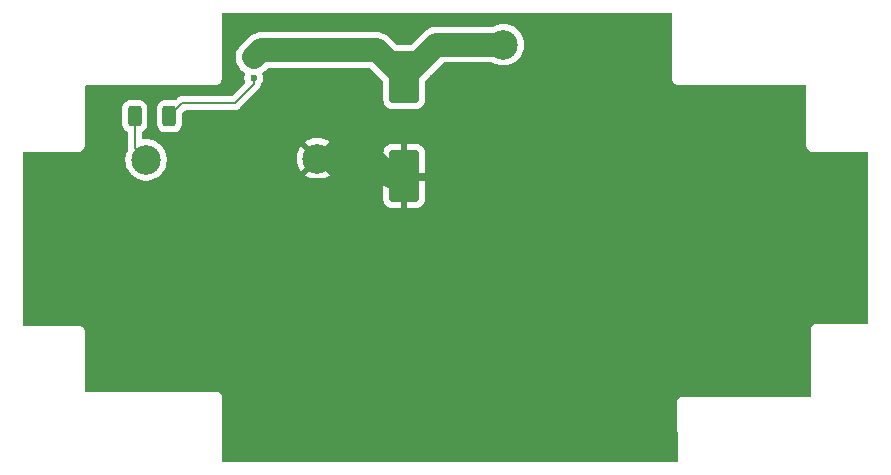
<source format=gbr>
%TF.GenerationSoftware,KiCad,Pcbnew,9.0.3*%
%TF.CreationDate,2025-07-31T16:26:09+05:30*%
%TF.ProjectId,new_ledMatrix,6e65775f-6c65-4644-9d61-747269782e6b,rev?*%
%TF.SameCoordinates,Original*%
%TF.FileFunction,Copper,L2,Bot*%
%TF.FilePolarity,Positive*%
%FSLAX46Y46*%
G04 Gerber Fmt 4.6, Leading zero omitted, Abs format (unit mm)*
G04 Created by KiCad (PCBNEW 9.0.3) date 2025-07-31 16:26:09*
%MOMM*%
%LPD*%
G01*
G04 APERTURE LIST*
G04 Aperture macros list*
%AMRoundRect*
0 Rectangle with rounded corners*
0 $1 Rounding radius*
0 $2 $3 $4 $5 $6 $7 $8 $9 X,Y pos of 4 corners*
0 Add a 4 corners polygon primitive as box body*
4,1,4,$2,$3,$4,$5,$6,$7,$8,$9,$2,$3,0*
0 Add four circle primitives for the rounded corners*
1,1,$1+$1,$2,$3*
1,1,$1+$1,$4,$5*
1,1,$1+$1,$6,$7*
1,1,$1+$1,$8,$9*
0 Add four rect primitives between the rounded corners*
20,1,$1+$1,$2,$3,$4,$5,0*
20,1,$1+$1,$4,$5,$6,$7,0*
20,1,$1+$1,$6,$7,$8,$9,0*
20,1,$1+$1,$8,$9,$2,$3,0*%
G04 Aperture macros list end*
%TA.AperFunction,SMDPad,CuDef*%
%ADD10C,2.500000*%
%TD*%
%TA.AperFunction,SMDPad,CuDef*%
%ADD11RoundRect,0.250000X1.000000X-1.950000X1.000000X1.950000X-1.000000X1.950000X-1.000000X-1.950000X0*%
%TD*%
%TA.AperFunction,SMDPad,CuDef*%
%ADD12RoundRect,0.250000X-0.312500X-0.625000X0.312500X-0.625000X0.312500X0.625000X-0.312500X0.625000X0*%
%TD*%
%TA.AperFunction,ViaPad*%
%ADD13C,0.600000*%
%TD*%
%TA.AperFunction,Conductor*%
%ADD14C,0.200000*%
%TD*%
%TA.AperFunction,Conductor*%
%ADD15C,2.000000*%
%TD*%
%TA.AperFunction,Conductor*%
%ADD16C,0.250000*%
%TD*%
%TA.AperFunction,Conductor*%
%ADD17C,1.500000*%
%TD*%
G04 APERTURE END LIST*
D10*
%TO.P,TP1,1,1*%
%TO.N,+5V*%
X125750000Y-71700000D03*
%TD*%
%TO.P,TP3,1,1*%
%TO.N,Net-(R1-Pad1)*%
X111250000Y-71800000D03*
%TD*%
%TO.P,TP2,1,1*%
%TO.N,GND*%
X141500000Y-62050000D03*
%TD*%
D11*
%TO.P,C1,1*%
%TO.N,+5V*%
X133090000Y-73172500D03*
%TO.P,C1,2*%
%TO.N,GND*%
X133090000Y-64772500D03*
%TD*%
D12*
%TO.P,R1,1*%
%TO.N,Net-(R1-Pad1)*%
X110287500Y-68100000D03*
%TO.P,R1,2*%
%TO.N,Net-(D1-DIN)*%
X113212500Y-68100000D03*
%TD*%
D13*
%TO.N,Net-(D1-DIN)*%
X120360000Y-64850000D03*
%TO.N,GND*%
X120360000Y-63100000D03*
%TO.N,+5V*%
X170050000Y-76405000D03*
X155290000Y-68955000D03*
X132010000Y-80445000D03*
X158720000Y-76455000D03*
X152930000Y-76425000D03*
X149510000Y-91885000D03*
X106740000Y-76485000D03*
X155260000Y-80435000D03*
X126190000Y-68995000D03*
X161040000Y-68955000D03*
X120450000Y-68975000D03*
X135420000Y-76435000D03*
X143660000Y-68995000D03*
X137820000Y-80475000D03*
X147090000Y-87955000D03*
X149450000Y-80415000D03*
X137790000Y-69015000D03*
X129680000Y-87930000D03*
X160890000Y-80435000D03*
X112390000Y-76485000D03*
X149490000Y-69015000D03*
X137790000Y-69015000D03*
X141340000Y-64835000D03*
X120450000Y-68975000D03*
X103260000Y-80455000D03*
X108760000Y-68945000D03*
X114650000Y-68995000D03*
X114580000Y-80455000D03*
X135470000Y-87915000D03*
X123880000Y-87925000D03*
X120410000Y-80415000D03*
X166550000Y-80445000D03*
X118060000Y-87955000D03*
X129710000Y-64740000D03*
X141260000Y-76455000D03*
X135550000Y-64865000D03*
X126140000Y-80425000D03*
X158790000Y-87945000D03*
X147100000Y-76475000D03*
X147190000Y-64855000D03*
X126140000Y-91915000D03*
X131970000Y-69005000D03*
X108860000Y-80455000D03*
X112290000Y-87935000D03*
X135550000Y-64865000D03*
X131970000Y-91935000D03*
X137770000Y-91895000D03*
X141290000Y-87955000D03*
X118050000Y-76475000D03*
X123810000Y-76455000D03*
X164570000Y-87945000D03*
X143690000Y-80425000D03*
X123860000Y-64850000D03*
X143520000Y-91895000D03*
X120320000Y-91915000D03*
X153020000Y-64835000D03*
X129580000Y-76435000D03*
X152930000Y-87945000D03*
X164440000Y-76435000D03*
%TD*%
D14*
%TO.N,Net-(R1-Pad1)*%
X110287500Y-70837500D02*
X111250000Y-71800000D01*
X110287500Y-68100000D02*
X110287500Y-70837500D01*
D15*
%TO.N,GND*%
X135812500Y-62050000D02*
X141500000Y-62050000D01*
X133090000Y-64772500D02*
X135812500Y-62050000D01*
%TO.N,+5V*%
X133090000Y-73172500D02*
X131909000Y-73172500D01*
X131909000Y-73172500D02*
X123860000Y-65123500D01*
X130436500Y-71700000D02*
X125750000Y-71700000D01*
X131909000Y-73172500D02*
X130436500Y-71700000D01*
D14*
X147046750Y-64711750D02*
X147190000Y-64855000D01*
X147046750Y-62300000D02*
X147046750Y-64711750D01*
%TO.N,Net-(D1-DIN)*%
X118750000Y-67000000D02*
X120360000Y-65390000D01*
X114312500Y-67000000D02*
X118750000Y-67000000D01*
X113212500Y-68100000D02*
X114312500Y-67000000D01*
X120360000Y-65390000D02*
X120360000Y-64850000D01*
%TO.N,+5V*%
X108760000Y-74465000D02*
X106740000Y-76485000D01*
X108760000Y-68945000D02*
X108760000Y-74465000D01*
D16*
X106740000Y-76485000D02*
X112390000Y-76485000D01*
X112390000Y-75730000D02*
X112390000Y-76485000D01*
X114700000Y-73420000D02*
X112390000Y-75730000D01*
D15*
%TO.N,GND*%
X133090000Y-64772500D02*
X130827500Y-62510000D01*
D16*
%TO.N,+5V*%
X153450000Y-87945000D02*
X149510000Y-91885000D01*
X108910000Y-79580000D02*
X114670000Y-79580000D01*
X123830000Y-76435000D02*
X123810000Y-76455000D01*
X147090000Y-73420000D02*
X152920000Y-73420000D01*
X164570000Y-82425000D02*
X164570000Y-87945000D01*
X129710000Y-64740000D02*
X129710000Y-65640000D01*
X103300000Y-79580000D02*
X103300000Y-80415000D01*
X164570000Y-87945000D02*
X158790000Y-87945000D01*
X118120000Y-76405000D02*
X118050000Y-76475000D01*
X149510000Y-91885000D02*
X143530000Y-91885000D01*
X131975000Y-69005000D02*
X131970000Y-69005000D01*
X141280000Y-73420000D02*
X141280000Y-76435000D01*
X135455000Y-87930000D02*
X135470000Y-87915000D01*
D15*
%TO.N,GND*%
X120950000Y-62510000D02*
X120360000Y-63100000D01*
D16*
%TO.N,+5V*%
X103300000Y-80415000D02*
X103260000Y-80455000D01*
X132040000Y-79580000D02*
X132040000Y-80415000D01*
X132010000Y-91895000D02*
X131970000Y-91935000D01*
X153020000Y-66685000D02*
X155290000Y-68955000D01*
X135450000Y-73420000D02*
X141280000Y-73420000D01*
X126140000Y-91915000D02*
X120320000Y-91915000D01*
X141280000Y-76435000D02*
X141260000Y-76455000D01*
X137790000Y-68385000D02*
X141340000Y-64835000D01*
X129630000Y-76385000D02*
X129580000Y-76435000D01*
X155160000Y-79580000D02*
X160850000Y-79580000D01*
D15*
%TO.N,GND*%
X130827500Y-62510000D02*
X120950000Y-62510000D01*
D16*
%TO.N,+5V*%
X147090000Y-87955000D02*
X152920000Y-87955000D01*
X133615000Y-69005000D02*
X135550000Y-67070000D01*
X129675000Y-87925000D02*
X129680000Y-87930000D01*
X123860000Y-65565000D02*
X120450000Y-68975000D01*
X152930000Y-87945000D02*
X153450000Y-87945000D01*
X114650000Y-73370000D02*
X114700000Y-73420000D01*
X120400000Y-79580000D02*
X126060000Y-79580000D01*
X158740000Y-76435000D02*
X158720000Y-76455000D01*
D17*
X123860000Y-64850000D02*
X123860000Y-65123500D01*
D16*
X108910000Y-79580000D02*
X108910000Y-80405000D01*
X135550000Y-64865000D02*
X135550000Y-66775000D01*
X153020000Y-64835000D02*
X153020000Y-66685000D01*
X164430000Y-73420000D02*
X164430000Y-76425000D01*
X155160000Y-80335000D02*
X155260000Y-80435000D01*
X118060000Y-87955000D02*
X112310000Y-87955000D01*
X147090000Y-73420000D02*
X147100000Y-73430000D01*
X131970000Y-91935000D02*
X126160000Y-91935000D01*
X164430000Y-73420000D02*
X169720000Y-73420000D01*
X120320000Y-91915000D02*
X120320000Y-90215000D01*
X135550000Y-66775000D02*
X137790000Y-69015000D01*
X129710000Y-65640000D02*
X132000000Y-67930000D01*
X165685000Y-79580000D02*
X166550000Y-80445000D01*
X129630000Y-73420000D02*
X135450000Y-73420000D01*
X143520000Y-91895000D02*
X137770000Y-91895000D01*
X160850000Y-79580000D02*
X160850000Y-80395000D01*
X123830000Y-73420000D02*
X123830000Y-76435000D01*
X147190000Y-64855000D02*
X147190000Y-66715000D01*
X135550000Y-67070000D02*
X135550000Y-64865000D01*
X114670000Y-68975000D02*
X114650000Y-68995000D01*
X120400000Y-79580000D02*
X120400000Y-80405000D01*
X118120000Y-73420000D02*
X123830000Y-73420000D01*
X120450000Y-68975000D02*
X114670000Y-68975000D01*
X126060000Y-80345000D02*
X126140000Y-80425000D01*
X135450000Y-76405000D02*
X135420000Y-76435000D01*
X141250000Y-87915000D02*
X141290000Y-87955000D01*
X123830000Y-73420000D02*
X129630000Y-73420000D01*
X131970000Y-69005000D02*
X133615000Y-69005000D01*
X141290000Y-87955000D02*
X147090000Y-87955000D01*
X152920000Y-73420000D02*
X158740000Y-73420000D01*
X135450000Y-73420000D02*
X135450000Y-76405000D01*
X103300000Y-79580000D02*
X108910000Y-79580000D01*
X123860000Y-65123500D02*
X126190000Y-67453500D01*
X170050000Y-73750000D02*
X170050000Y-76405000D01*
X155160000Y-79580000D02*
X155160000Y-80335000D01*
X158740000Y-73420000D02*
X158740000Y-76435000D01*
X132040000Y-80415000D02*
X132010000Y-80445000D01*
X143670000Y-79580000D02*
X143670000Y-80405000D01*
X164430000Y-76425000D02*
X164440000Y-76435000D01*
X143660000Y-68385000D02*
X147190000Y-64855000D01*
X123850000Y-87955000D02*
X123880000Y-87925000D01*
X152920000Y-73420000D02*
X152920000Y-76415000D01*
X126060000Y-79580000D02*
X132040000Y-79580000D01*
X126160000Y-91935000D02*
X126140000Y-91915000D01*
X155290000Y-68955000D02*
X161040000Y-68955000D01*
X141340000Y-66675000D02*
X143660000Y-68995000D01*
X143670000Y-79580000D02*
X149380000Y-79580000D01*
X120400000Y-80405000D02*
X120410000Y-80415000D01*
X135470000Y-87915000D02*
X141250000Y-87915000D01*
X108910000Y-80405000D02*
X108860000Y-80455000D01*
X137770000Y-91895000D02*
X132010000Y-91895000D01*
X118060000Y-87955000D02*
X123850000Y-87955000D01*
X152920000Y-76415000D02*
X152930000Y-76425000D01*
X149380000Y-79580000D02*
X149380000Y-80345000D01*
X126190000Y-67453500D02*
X126190000Y-68995000D01*
X149490000Y-68365000D02*
X153020000Y-64835000D01*
X132000000Y-68980000D02*
X131975000Y-69005000D01*
X114650000Y-68995000D02*
X114650000Y-73370000D01*
X103645000Y-79580000D02*
X103300000Y-79580000D01*
X149380000Y-79580000D02*
X155160000Y-79580000D01*
X158740000Y-73420000D02*
X164430000Y-73420000D01*
X143660000Y-68995000D02*
X143660000Y-68385000D01*
X141280000Y-73420000D02*
X147090000Y-73420000D01*
X166550000Y-80445000D02*
X164570000Y-82425000D01*
X123880000Y-87925000D02*
X129675000Y-87925000D01*
X106740000Y-76485000D02*
X103645000Y-79580000D01*
X137860000Y-79580000D02*
X137860000Y-80435000D01*
X137860000Y-80435000D02*
X137820000Y-80475000D01*
X149490000Y-69015000D02*
X149490000Y-68365000D01*
X143670000Y-80405000D02*
X143690000Y-80425000D01*
X147190000Y-66715000D02*
X149490000Y-69015000D01*
X152920000Y-87955000D02*
X152930000Y-87945000D01*
X114670000Y-79580000D02*
X120400000Y-79580000D01*
X106805000Y-76550000D02*
X106740000Y-76485000D01*
X132000000Y-67930000D02*
X132000000Y-68980000D01*
X143530000Y-91885000D02*
X143520000Y-91895000D01*
X120320000Y-90215000D02*
X118060000Y-87955000D01*
X141340000Y-64835000D02*
X141340000Y-66675000D01*
X160850000Y-79580000D02*
X165685000Y-79580000D01*
X169720000Y-73420000D02*
X170050000Y-73750000D01*
X160850000Y-80395000D02*
X160890000Y-80435000D01*
X137790000Y-69015000D02*
X137790000Y-68385000D01*
X129680000Y-87930000D02*
X135455000Y-87930000D01*
X129630000Y-73420000D02*
X129630000Y-76385000D01*
X158790000Y-87945000D02*
X153450000Y-87945000D01*
X114670000Y-79580000D02*
X114670000Y-80365000D01*
X126060000Y-79580000D02*
X126060000Y-80345000D01*
X147100000Y-73430000D02*
X147100000Y-76475000D01*
X112310000Y-87955000D02*
X112290000Y-87935000D01*
X137860000Y-79580000D02*
X143670000Y-79580000D01*
X114670000Y-80365000D02*
X114580000Y-80455000D01*
X149380000Y-80345000D02*
X149450000Y-80415000D01*
X118120000Y-73420000D02*
X118120000Y-76405000D01*
X132040000Y-79580000D02*
X137860000Y-79580000D01*
X114700000Y-73420000D02*
X118120000Y-73420000D01*
%TD*%
%TA.AperFunction,Conductor*%
%TO.N,+5V*%
G36*
X155742539Y-59370185D02*
G01*
X155788294Y-59422989D01*
X155799500Y-59474500D01*
X155799500Y-65015891D01*
X155833608Y-65143187D01*
X155863747Y-65195388D01*
X155899500Y-65257314D01*
X155992686Y-65350500D01*
X156091521Y-65407563D01*
X156106810Y-65416390D01*
X156106814Y-65416392D01*
X156234108Y-65450500D01*
X156365892Y-65450500D01*
X167025500Y-65450500D01*
X167092539Y-65470185D01*
X167138294Y-65522989D01*
X167149500Y-65574500D01*
X167149500Y-70665891D01*
X167183608Y-70793187D01*
X167202196Y-70825382D01*
X167249500Y-70907314D01*
X167342686Y-71000500D01*
X167456814Y-71066392D01*
X167584108Y-71100500D01*
X167715892Y-71100500D01*
X172275500Y-71100500D01*
X172342539Y-71120185D01*
X172388294Y-71172989D01*
X172399500Y-71224500D01*
X172399500Y-85575500D01*
X172379815Y-85642539D01*
X172327011Y-85688294D01*
X172275500Y-85699500D01*
X167984108Y-85699500D01*
X167856812Y-85733608D01*
X167742686Y-85799500D01*
X167742683Y-85799502D01*
X167649502Y-85892683D01*
X167649500Y-85892686D01*
X167583608Y-86006812D01*
X167549500Y-86134108D01*
X167549500Y-91725500D01*
X167529815Y-91792539D01*
X167477011Y-91838294D01*
X167425500Y-91849500D01*
X156763599Y-91849500D01*
X156761381Y-91848927D01*
X156697767Y-91849500D01*
X156633961Y-91849500D01*
X156632454Y-91849712D01*
X156631369Y-91849859D01*
X156629751Y-91850072D01*
X156568715Y-91867014D01*
X156568716Y-91867015D01*
X156568142Y-91867174D01*
X156506814Y-91883608D01*
X156504829Y-91884753D01*
X156502619Y-91885367D01*
X156448297Y-91917386D01*
X156447335Y-91917947D01*
X156392681Y-91949502D01*
X156390504Y-91951172D01*
X156390482Y-91951190D01*
X156389198Y-91952174D01*
X156344899Y-91997278D01*
X156344116Y-91998068D01*
X156299495Y-92042690D01*
X156297787Y-92044914D01*
X156297761Y-92044950D01*
X156296821Y-92046174D01*
X156265707Y-92101203D01*
X156265156Y-92102168D01*
X156233606Y-92156816D01*
X156232506Y-92159472D01*
X156231923Y-92160877D01*
X156216091Y-92222159D01*
X156216092Y-92222160D01*
X156215940Y-92222744D01*
X156199500Y-92284108D01*
X156199500Y-92286398D01*
X156198927Y-92288617D01*
X156199495Y-92351666D01*
X156199500Y-92352783D01*
X156199500Y-92418366D01*
X156200183Y-92428128D01*
X156243844Y-97274383D01*
X156224764Y-97341597D01*
X156172375Y-97387826D01*
X156119849Y-97399500D01*
X117824500Y-97399500D01*
X117757461Y-97379815D01*
X117711706Y-97327011D01*
X117700500Y-97275500D01*
X117700500Y-91884110D01*
X117700500Y-91884108D01*
X117666392Y-91756814D01*
X117600500Y-91642686D01*
X117507314Y-91549500D01*
X117450250Y-91516554D01*
X117393187Y-91483608D01*
X117329539Y-91466554D01*
X117265892Y-91449500D01*
X117265891Y-91449500D01*
X106174500Y-91449500D01*
X106107461Y-91429815D01*
X106061706Y-91377011D01*
X106050500Y-91325500D01*
X106050500Y-86284110D01*
X106050500Y-86284108D01*
X106016392Y-86156814D01*
X105950500Y-86042686D01*
X105857314Y-85949500D01*
X105758910Y-85892686D01*
X105743187Y-85883608D01*
X105679539Y-85866554D01*
X105615892Y-85849500D01*
X105615891Y-85849500D01*
X100924500Y-85849500D01*
X100857461Y-85829815D01*
X100811706Y-85777011D01*
X100800500Y-85725500D01*
X100800500Y-75172486D01*
X131340001Y-75172486D01*
X131350494Y-75275197D01*
X131405641Y-75441619D01*
X131405643Y-75441624D01*
X131497684Y-75590845D01*
X131621654Y-75714815D01*
X131770875Y-75806856D01*
X131770880Y-75806858D01*
X131937302Y-75862005D01*
X131937309Y-75862006D01*
X132040019Y-75872499D01*
X132839999Y-75872499D01*
X133340000Y-75872499D01*
X134139972Y-75872499D01*
X134139986Y-75872498D01*
X134242697Y-75862005D01*
X134409119Y-75806858D01*
X134409124Y-75806856D01*
X134558345Y-75714815D01*
X134682315Y-75590845D01*
X134774356Y-75441624D01*
X134774358Y-75441619D01*
X134829505Y-75275197D01*
X134829506Y-75275190D01*
X134839999Y-75172486D01*
X134840000Y-75172473D01*
X134840000Y-73422500D01*
X133340000Y-73422500D01*
X133340000Y-75872499D01*
X132839999Y-75872499D01*
X132840000Y-75872498D01*
X132840000Y-73422500D01*
X131340001Y-73422500D01*
X131340001Y-75172486D01*
X100800500Y-75172486D01*
X100800500Y-71224500D01*
X100820185Y-71157461D01*
X100872989Y-71111706D01*
X100924500Y-71100500D01*
X105615890Y-71100500D01*
X105615892Y-71100500D01*
X105743186Y-71066392D01*
X105857314Y-71000500D01*
X105950500Y-70907314D01*
X106016392Y-70793186D01*
X106050500Y-70665892D01*
X106050500Y-67424983D01*
X109224500Y-67424983D01*
X109224500Y-68775001D01*
X109224501Y-68775018D01*
X109235000Y-68877796D01*
X109235001Y-68877799D01*
X109290185Y-69044331D01*
X109290186Y-69044334D01*
X109382288Y-69193656D01*
X109506344Y-69317712D01*
X109628097Y-69392809D01*
X109674821Y-69444755D01*
X109687000Y-69498347D01*
X109687000Y-70758439D01*
X109686999Y-70758443D01*
X109686999Y-70916557D01*
X109693765Y-70941811D01*
X109694260Y-70955922D01*
X109688957Y-70976639D01*
X109688448Y-70998020D01*
X109677727Y-71022256D01*
X109676659Y-71024104D01*
X109676650Y-71024123D01*
X109588842Y-71236112D01*
X109529453Y-71457759D01*
X109529451Y-71457770D01*
X109499500Y-71685258D01*
X109499500Y-71914741D01*
X109516273Y-72042137D01*
X109529452Y-72142238D01*
X109588842Y-72363887D01*
X109676650Y-72575876D01*
X109676657Y-72575890D01*
X109791392Y-72774617D01*
X109931081Y-72956661D01*
X109931089Y-72956670D01*
X110093330Y-73118911D01*
X110093338Y-73118918D01*
X110275382Y-73258607D01*
X110275385Y-73258608D01*
X110275388Y-73258611D01*
X110474112Y-73373344D01*
X110474117Y-73373346D01*
X110474123Y-73373349D01*
X110565480Y-73411190D01*
X110686113Y-73461158D01*
X110907762Y-73520548D01*
X111135266Y-73550500D01*
X111135273Y-73550500D01*
X111364727Y-73550500D01*
X111364734Y-73550500D01*
X111592238Y-73520548D01*
X111813887Y-73461158D01*
X112025888Y-73373344D01*
X112224612Y-73258611D01*
X112406661Y-73118919D01*
X112406665Y-73118914D01*
X112406670Y-73118911D01*
X112423964Y-73101617D01*
X124701934Y-73101617D01*
X124701934Y-73101618D01*
X124775666Y-73158194D01*
X124974330Y-73272893D01*
X124974340Y-73272897D01*
X125186269Y-73360681D01*
X125407862Y-73420057D01*
X125635289Y-73449998D01*
X125635306Y-73450000D01*
X125864694Y-73450000D01*
X125864710Y-73449998D01*
X126092137Y-73420057D01*
X126313730Y-73360681D01*
X126525659Y-73272897D01*
X126525669Y-73272893D01*
X126541504Y-73263751D01*
X126724327Y-73158197D01*
X126724334Y-73158192D01*
X126798064Y-73101617D01*
X125750000Y-72053553D01*
X124701934Y-73101617D01*
X112423964Y-73101617D01*
X112568911Y-72956670D01*
X112568914Y-72956665D01*
X112568919Y-72956661D01*
X112708611Y-72774612D01*
X112823344Y-72575888D01*
X112911158Y-72363887D01*
X112970548Y-72142238D01*
X113000500Y-71914734D01*
X113000500Y-71685266D01*
X112987340Y-71585305D01*
X124000000Y-71585305D01*
X124000000Y-71814694D01*
X124000001Y-71814710D01*
X124029942Y-72042137D01*
X124089318Y-72263730D01*
X124177102Y-72475659D01*
X124177106Y-72475669D01*
X124291799Y-72674324D01*
X124291805Y-72674331D01*
X124348381Y-72748064D01*
X125396446Y-71700000D01*
X125396446Y-71699999D01*
X126103553Y-71699999D01*
X126103553Y-71700000D01*
X127151617Y-72748064D01*
X127208192Y-72674334D01*
X127208197Y-72674327D01*
X127322893Y-72475668D01*
X127322897Y-72475659D01*
X127410681Y-72263730D01*
X127470057Y-72042137D01*
X127499998Y-71814710D01*
X127500000Y-71814694D01*
X127500000Y-71585305D01*
X127499998Y-71585289D01*
X127470057Y-71357860D01*
X127428149Y-71201457D01*
X127420393Y-71172513D01*
X131340000Y-71172513D01*
X131340000Y-72922500D01*
X132840000Y-72922500D01*
X133340000Y-72922500D01*
X134839999Y-72922500D01*
X134839999Y-71172528D01*
X134839998Y-71172513D01*
X134829505Y-71069802D01*
X134774358Y-70903380D01*
X134774356Y-70903375D01*
X134682315Y-70754154D01*
X134558345Y-70630184D01*
X134409124Y-70538143D01*
X134409119Y-70538141D01*
X134242697Y-70482994D01*
X134242690Y-70482993D01*
X134139986Y-70472500D01*
X133340000Y-70472500D01*
X133340000Y-72922500D01*
X132840000Y-72922500D01*
X132840000Y-70472500D01*
X132040028Y-70472500D01*
X132040012Y-70472501D01*
X131937302Y-70482994D01*
X131770880Y-70538141D01*
X131770875Y-70538143D01*
X131621654Y-70630184D01*
X131497684Y-70754154D01*
X131405643Y-70903375D01*
X131405641Y-70903380D01*
X131350494Y-71069802D01*
X131350493Y-71069809D01*
X131340000Y-71172513D01*
X127420393Y-71172513D01*
X127410681Y-71136269D01*
X127322897Y-70924340D01*
X127322893Y-70924330D01*
X127208194Y-70725666D01*
X127151618Y-70651934D01*
X127151617Y-70651934D01*
X126103553Y-71699999D01*
X125396446Y-71699999D01*
X124348380Y-70651934D01*
X124291810Y-70725659D01*
X124291801Y-70725673D01*
X124177106Y-70924330D01*
X124177102Y-70924340D01*
X124089318Y-71136269D01*
X124029942Y-71357862D01*
X124000001Y-71585289D01*
X124000000Y-71585305D01*
X112987340Y-71585305D01*
X112970548Y-71457762D01*
X112911158Y-71236113D01*
X112854985Y-71100499D01*
X112823349Y-71024123D01*
X112823346Y-71024117D01*
X112823344Y-71024112D01*
X112708611Y-70825388D01*
X112708608Y-70825385D01*
X112708607Y-70825382D01*
X112568918Y-70643338D01*
X112568911Y-70643330D01*
X112406670Y-70481089D01*
X112406665Y-70481085D01*
X112406661Y-70481081D01*
X112359258Y-70444707D01*
X112224617Y-70341392D01*
X112150118Y-70298380D01*
X124701934Y-70298380D01*
X125749999Y-71346446D01*
X126798064Y-70298381D01*
X126798064Y-70298380D01*
X126724331Y-70241805D01*
X126724324Y-70241799D01*
X126525669Y-70127106D01*
X126525659Y-70127102D01*
X126313730Y-70039318D01*
X126092137Y-69979942D01*
X125864710Y-69950001D01*
X125864694Y-69950000D01*
X125635306Y-69950000D01*
X125635289Y-69950001D01*
X125407862Y-69979942D01*
X125186269Y-70039318D01*
X124974340Y-70127102D01*
X124974330Y-70127106D01*
X124775673Y-70241801D01*
X124775659Y-70241810D01*
X124701934Y-70298380D01*
X112150118Y-70298380D01*
X112025890Y-70226657D01*
X112025876Y-70226650D01*
X111813887Y-70138842D01*
X111770072Y-70127102D01*
X111592238Y-70079452D01*
X111554215Y-70074446D01*
X111364741Y-70049500D01*
X111364734Y-70049500D01*
X111135266Y-70049500D01*
X111135260Y-70049500D01*
X111135255Y-70049501D01*
X111028185Y-70063597D01*
X110959150Y-70052831D01*
X110906894Y-70006451D01*
X110888000Y-69940658D01*
X110888000Y-69498347D01*
X110907685Y-69431308D01*
X110946901Y-69392810D01*
X111068656Y-69317712D01*
X111192712Y-69193656D01*
X111284814Y-69044334D01*
X111339999Y-68877797D01*
X111350500Y-68775009D01*
X111350499Y-67424992D01*
X111350498Y-67424983D01*
X112149500Y-67424983D01*
X112149500Y-68775001D01*
X112149501Y-68775018D01*
X112160000Y-68877796D01*
X112160001Y-68877799D01*
X112215185Y-69044331D01*
X112215186Y-69044334D01*
X112307288Y-69193656D01*
X112431344Y-69317712D01*
X112580666Y-69409814D01*
X112747203Y-69464999D01*
X112849991Y-69475500D01*
X113575008Y-69475499D01*
X113575016Y-69475498D01*
X113575019Y-69475498D01*
X113631302Y-69469748D01*
X113677797Y-69464999D01*
X113844334Y-69409814D01*
X113993656Y-69317712D01*
X114117712Y-69193656D01*
X114209814Y-69044334D01*
X114264999Y-68877797D01*
X114275500Y-68775009D01*
X114275499Y-67937596D01*
X114295183Y-67870558D01*
X114311818Y-67849916D01*
X114524916Y-67636819D01*
X114586239Y-67603334D01*
X114612597Y-67600500D01*
X118663331Y-67600500D01*
X118663347Y-67600501D01*
X118670943Y-67600501D01*
X118829054Y-67600501D01*
X118829057Y-67600501D01*
X118981785Y-67559577D01*
X119031904Y-67530639D01*
X119118716Y-67480520D01*
X119230520Y-67368716D01*
X119230520Y-67368714D01*
X119240728Y-67358507D01*
X119240730Y-67358504D01*
X120718506Y-65880728D01*
X120718511Y-65880724D01*
X120728714Y-65870520D01*
X120728716Y-65870520D01*
X120840520Y-65758716D01*
X120902998Y-65650500D01*
X120919577Y-65621785D01*
X120960501Y-65469057D01*
X120960501Y-65429764D01*
X120980186Y-65362725D01*
X120981399Y-65360873D01*
X121069390Y-65229185D01*
X121069390Y-65229184D01*
X121069394Y-65229179D01*
X121129737Y-65083497D01*
X121160500Y-64928842D01*
X121160500Y-64771158D01*
X121160500Y-64771155D01*
X121160499Y-64771153D01*
X121129738Y-64616510D01*
X121129737Y-64616503D01*
X121096619Y-64536548D01*
X121089150Y-64467079D01*
X121120425Y-64404600D01*
X121142653Y-64386428D01*
X121142492Y-64386207D01*
X121146378Y-64383382D01*
X121146418Y-64383351D01*
X121146416Y-64383351D01*
X121146434Y-64383343D01*
X121337510Y-64244517D01*
X121535208Y-64046819D01*
X121596531Y-64013334D01*
X121622889Y-64010500D01*
X130154611Y-64010500D01*
X130221650Y-64030185D01*
X130242292Y-64046819D01*
X131303181Y-65107708D01*
X131336666Y-65169031D01*
X131339500Y-65195389D01*
X131339500Y-66772501D01*
X131339501Y-66772518D01*
X131350000Y-66875296D01*
X131350001Y-66875299D01*
X131393425Y-67006342D01*
X131405186Y-67041834D01*
X131497288Y-67191156D01*
X131621344Y-67315212D01*
X131770666Y-67407314D01*
X131937203Y-67462499D01*
X132039991Y-67473000D01*
X134140008Y-67472999D01*
X134242797Y-67462499D01*
X134409334Y-67407314D01*
X134558656Y-67315212D01*
X134682712Y-67191156D01*
X134774814Y-67041834D01*
X134829999Y-66875297D01*
X134840500Y-66772509D01*
X134840499Y-65195387D01*
X134860184Y-65128349D01*
X134876813Y-65107712D01*
X136397708Y-63586819D01*
X136459031Y-63553334D01*
X136485389Y-63550500D01*
X140564717Y-63550500D01*
X140626716Y-63567112D01*
X140724112Y-63623344D01*
X140724117Y-63623346D01*
X140724123Y-63623349D01*
X140815480Y-63661190D01*
X140936113Y-63711158D01*
X141157762Y-63770548D01*
X141385266Y-63800500D01*
X141385273Y-63800500D01*
X141614727Y-63800500D01*
X141614734Y-63800500D01*
X141842238Y-63770548D01*
X142063887Y-63711158D01*
X142275888Y-63623344D01*
X142474612Y-63508611D01*
X142656661Y-63368919D01*
X142656665Y-63368914D01*
X142656670Y-63368911D01*
X142818911Y-63206670D01*
X142818914Y-63206665D01*
X142818919Y-63206661D01*
X142958611Y-63024612D01*
X143073344Y-62825888D01*
X143161158Y-62613887D01*
X143220548Y-62392238D01*
X143250500Y-62164734D01*
X143250500Y-61935266D01*
X143220548Y-61707762D01*
X143161158Y-61486113D01*
X143073344Y-61274112D01*
X142958611Y-61075388D01*
X142958608Y-61075385D01*
X142958607Y-61075382D01*
X142818918Y-60893338D01*
X142818911Y-60893330D01*
X142656670Y-60731089D01*
X142656661Y-60731081D01*
X142474617Y-60591392D01*
X142275890Y-60476657D01*
X142275876Y-60476650D01*
X142063887Y-60388842D01*
X141842238Y-60329452D01*
X141804215Y-60324446D01*
X141614741Y-60299500D01*
X141614734Y-60299500D01*
X141385266Y-60299500D01*
X141385258Y-60299500D01*
X141168715Y-60328009D01*
X141157762Y-60329452D01*
X141064076Y-60354554D01*
X140936112Y-60388842D01*
X140724123Y-60476650D01*
X140724109Y-60476657D01*
X140626717Y-60532887D01*
X140564717Y-60549500D01*
X135694403Y-60549500D01*
X135461130Y-60586447D01*
X135309493Y-60635716D01*
X135309492Y-60635717D01*
X135236507Y-60659432D01*
X135236501Y-60659434D01*
X135026065Y-60766657D01*
X134834988Y-60905484D01*
X133704791Y-62035681D01*
X133643468Y-62069166D01*
X133617110Y-62072000D01*
X132562889Y-62072000D01*
X132495850Y-62052315D01*
X132475208Y-62035681D01*
X131805011Y-61365484D01*
X131679245Y-61274109D01*
X131613934Y-61226657D01*
X131403496Y-61119433D01*
X131178868Y-61046446D01*
X130945597Y-61009500D01*
X130945592Y-61009500D01*
X121068092Y-61009500D01*
X120831908Y-61009500D01*
X120831903Y-61009500D01*
X120598631Y-61046446D01*
X120374003Y-61119433D01*
X120163565Y-61226657D01*
X119972488Y-61365484D01*
X119215484Y-62122488D01*
X119076657Y-62313565D01*
X118969433Y-62524003D01*
X118896446Y-62748631D01*
X118859500Y-62981902D01*
X118859500Y-63218097D01*
X118896446Y-63451368D01*
X118969433Y-63675996D01*
X119076657Y-63886434D01*
X119215483Y-64077510D01*
X119382490Y-64244517D01*
X119573566Y-64383343D01*
X119573575Y-64383347D01*
X119573592Y-64383358D01*
X119573602Y-64383369D01*
X119577508Y-64386207D01*
X119576912Y-64387026D01*
X119620476Y-64435163D01*
X119631909Y-64504090D01*
X119623381Y-64536547D01*
X119590263Y-64616503D01*
X119590261Y-64616510D01*
X119559500Y-64771153D01*
X119559500Y-64928846D01*
X119590261Y-65083489D01*
X119590263Y-65083497D01*
X119603652Y-65115821D01*
X119625044Y-65167468D01*
X119632512Y-65236937D01*
X119601236Y-65299416D01*
X119598163Y-65302600D01*
X118537584Y-66363181D01*
X118476261Y-66396666D01*
X118449903Y-66399500D01*
X114399169Y-66399500D01*
X114399153Y-66399499D01*
X114391557Y-66399499D01*
X114233443Y-66399499D01*
X114126087Y-66428265D01*
X114080710Y-66440424D01*
X114080709Y-66440425D01*
X114030596Y-66469359D01*
X114030595Y-66469360D01*
X113987189Y-66494420D01*
X113943785Y-66519479D01*
X113943782Y-66519481D01*
X113831980Y-66631283D01*
X113831980Y-66631284D01*
X113831978Y-66631286D01*
X113765250Y-66698014D01*
X113703926Y-66731498D01*
X113664967Y-66733690D01*
X113575011Y-66724500D01*
X112849998Y-66724500D01*
X112849980Y-66724501D01*
X112747203Y-66735000D01*
X112747200Y-66735001D01*
X112580668Y-66790185D01*
X112580663Y-66790187D01*
X112431342Y-66882289D01*
X112307289Y-67006342D01*
X112215187Y-67155663D01*
X112215186Y-67155666D01*
X112160001Y-67322203D01*
X112160001Y-67322204D01*
X112160000Y-67322204D01*
X112149500Y-67424983D01*
X111350498Y-67424983D01*
X111343707Y-67358507D01*
X111339999Y-67322203D01*
X111339998Y-67322200D01*
X111337682Y-67315210D01*
X111284814Y-67155666D01*
X111192712Y-67006344D01*
X111068656Y-66882288D01*
X110919334Y-66790186D01*
X110752797Y-66735001D01*
X110752795Y-66735000D01*
X110650010Y-66724500D01*
X109924998Y-66724500D01*
X109924980Y-66724501D01*
X109822203Y-66735000D01*
X109822200Y-66735001D01*
X109655668Y-66790185D01*
X109655663Y-66790187D01*
X109506342Y-66882289D01*
X109382289Y-67006342D01*
X109290187Y-67155663D01*
X109290186Y-67155666D01*
X109235001Y-67322203D01*
X109235001Y-67322204D01*
X109235000Y-67322204D01*
X109224500Y-67424983D01*
X106050500Y-67424983D01*
X106050500Y-65574500D01*
X106070185Y-65507461D01*
X106122989Y-65461706D01*
X106174500Y-65450500D01*
X117133795Y-65450500D01*
X117199096Y-65450666D01*
X117199722Y-65450500D01*
X117200370Y-65450500D01*
X117263106Y-65433689D01*
X117263435Y-65433696D01*
X117263412Y-65433608D01*
X117296820Y-65424747D01*
X117326477Y-65416882D01*
X117326489Y-65416874D01*
X117327207Y-65416580D01*
X117327207Y-65416579D01*
X117327229Y-65416571D01*
X117327656Y-65416394D01*
X117327664Y-65416392D01*
X117384098Y-65383809D01*
X117440772Y-65351281D01*
X117440780Y-65351272D01*
X117441147Y-65350994D01*
X117441147Y-65350993D01*
X117441159Y-65350985D01*
X117441783Y-65350508D01*
X117441789Y-65350501D01*
X117441792Y-65350500D01*
X117487877Y-65304414D01*
X117534195Y-65258332D01*
X117534199Y-65258324D01*
X117534428Y-65258028D01*
X117534561Y-65257855D01*
X117534973Y-65257318D01*
X117534978Y-65257314D01*
X117567586Y-65200834D01*
X117600377Y-65144372D01*
X117600540Y-65143765D01*
X117600853Y-65143225D01*
X117600869Y-65143188D01*
X117617747Y-65080197D01*
X117634809Y-65017165D01*
X117634809Y-65016547D01*
X117634971Y-65015947D01*
X117634978Y-65015895D01*
X117634978Y-64950748D01*
X117635828Y-64616503D01*
X117648913Y-59474183D01*
X117668768Y-59407195D01*
X117721689Y-59361575D01*
X117772913Y-59350500D01*
X118434108Y-59350500D01*
X155675500Y-59350500D01*
X155742539Y-59370185D01*
G37*
%TD.AperFunction*%
%TD*%
M02*

</source>
